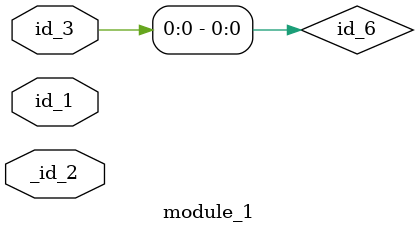
<source format=v>
module module_0 (
    id_1,
    id_2,
    id_3
);
  inout wire id_3;
  output wire id_2;
  output wire id_1;
  assign id_2 = id_3;
endmodule
module module_1 #(
    parameter id_2 = 32'd59
) (
    id_1,
    _id_2,
    id_3
);
  inout wire id_3;
  input wire _id_2;
  input wire id_1;
  localparam id_4 = 1;
  wire [id_2 : -1] id_5;
  wire [1 : 1  *  1  -  1] id_6;
  parameter id_7 = -1;
  module_0 modCall_1 (
      id_4,
      id_7,
      id_4
  );
  wire id_8;
  assign id_3 = id_6;
endmodule

</source>
